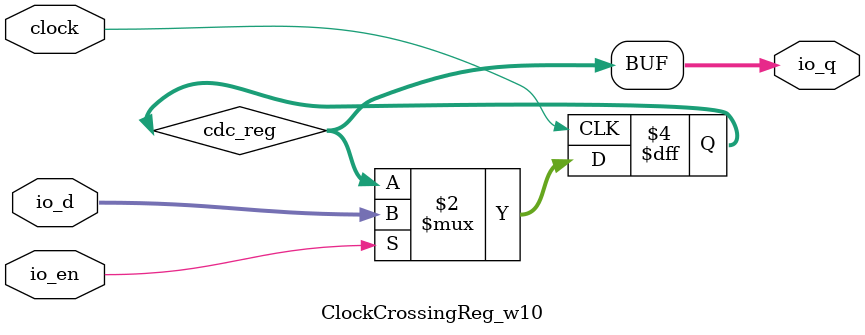
<source format=sv>
`ifndef RANDOMIZE
  `ifdef RANDOMIZE_MEM_INIT
    `define RANDOMIZE
  `endif // RANDOMIZE_MEM_INIT
`endif // not def RANDOMIZE
`ifndef RANDOMIZE
  `ifdef RANDOMIZE_REG_INIT
    `define RANDOMIZE
  `endif // RANDOMIZE_REG_INIT
`endif // not def RANDOMIZE

`ifndef RANDOM
  `define RANDOM $random
`endif // not def RANDOM

// Users can define INIT_RANDOM as general code that gets injected into the
// initializer block for modules with registers.
`ifndef INIT_RANDOM
  `define INIT_RANDOM
`endif // not def INIT_RANDOM

// If using random initialization, you can also define RANDOMIZE_DELAY to
// customize the delay used, otherwise 0.002 is used.
`ifndef RANDOMIZE_DELAY
  `define RANDOMIZE_DELAY 0.002
`endif // not def RANDOMIZE_DELAY

// Define INIT_RANDOM_PROLOG_ for use in our modules below.
`ifndef INIT_RANDOM_PROLOG_
  `ifdef RANDOMIZE
    `ifdef VERILATOR
      `define INIT_RANDOM_PROLOG_ `INIT_RANDOM
    `else  // VERILATOR
      `define INIT_RANDOM_PROLOG_ `INIT_RANDOM #`RANDOMIZE_DELAY begin end
    `endif // VERILATOR
  `else  // RANDOMIZE
    `define INIT_RANDOM_PROLOG_
  `endif // RANDOMIZE
`endif // not def INIT_RANDOM_PROLOG_

// Include register initializers in init blocks unless synthesis is set
`ifndef SYNTHESIS
  `ifndef ENABLE_INITIAL_REG_
    `define ENABLE_INITIAL_REG_
  `endif // not def ENABLE_INITIAL_REG_
`endif // not def SYNTHESIS

// Include rmemory initializers in init blocks unless synthesis is set
`ifndef SYNTHESIS
  `ifndef ENABLE_INITIAL_MEM_
    `define ENABLE_INITIAL_MEM_
  `endif // not def ENABLE_INITIAL_MEM_
`endif // not def SYNTHESIS

// Standard header to adapt well known macros for prints and assertions.

// Users can define 'PRINTF_COND' to add an extra gate to prints.
`ifndef PRINTF_COND_
  `ifdef PRINTF_COND
    `define PRINTF_COND_ (`PRINTF_COND)
  `else  // PRINTF_COND
    `define PRINTF_COND_ 1
  `endif // PRINTF_COND
`endif // not def PRINTF_COND_

// Users can define 'ASSERT_VERBOSE_COND' to add an extra gate to assert error printing.
`ifndef ASSERT_VERBOSE_COND_
  `ifdef ASSERT_VERBOSE_COND
    `define ASSERT_VERBOSE_COND_ (`ASSERT_VERBOSE_COND)
  `else  // ASSERT_VERBOSE_COND
    `define ASSERT_VERBOSE_COND_ 1
  `endif // ASSERT_VERBOSE_COND
`endif // not def ASSERT_VERBOSE_COND_

// Users can define 'STOP_COND' to add an extra gate to stop conditions.
`ifndef STOP_COND_
  `ifdef STOP_COND
    `define STOP_COND_ (`STOP_COND)
  `else  // STOP_COND
    `define STOP_COND_ 1
  `endif // STOP_COND
`endif // not def STOP_COND_

module ClockCrossingReg_w10(
  input        clock,
  input  [9:0] io_d,	// @[generators/rocket-chip/src/main/scala/util/SynchronizerReg.scala:195:14]
  output [9:0] io_q,	// @[generators/rocket-chip/src/main/scala/util/SynchronizerReg.scala:195:14]
  input        io_en	// @[generators/rocket-chip/src/main/scala/util/SynchronizerReg.scala:195:14]
);

  reg [9:0] cdc_reg;	// @[generators/rocket-chip/src/main/scala/util/SynchronizerReg.scala:201:76]
  always @(posedge clock) begin
    if (io_en)	// @[generators/rocket-chip/src/main/scala/util/SynchronizerReg.scala:195:14]
      cdc_reg <= io_d;	// @[generators/rocket-chip/src/main/scala/util/SynchronizerReg.scala:201:76]
  end // always @(posedge)
  `ifdef ENABLE_INITIAL_REG_
    `ifdef FIRRTL_BEFORE_INITIAL
      `FIRRTL_BEFORE_INITIAL
    `endif // FIRRTL_BEFORE_INITIAL
    logic [31:0] _RANDOM[0:0];
    initial begin
      `ifdef INIT_RANDOM_PROLOG_
        `INIT_RANDOM_PROLOG_
      `endif // INIT_RANDOM_PROLOG_
      `ifdef RANDOMIZE_REG_INIT
        _RANDOM[/*Zero width*/ 1'b0] = `RANDOM;
        cdc_reg = _RANDOM[/*Zero width*/ 1'b0][9:0];	// @[generators/rocket-chip/src/main/scala/util/SynchronizerReg.scala:201:76]
      `endif // RANDOMIZE_REG_INIT
    end // initial
    `ifdef FIRRTL_AFTER_INITIAL
      `FIRRTL_AFTER_INITIAL
    `endif // FIRRTL_AFTER_INITIAL
  `endif // ENABLE_INITIAL_REG_
  assign io_q = cdc_reg;	// @[generators/rocket-chip/src/main/scala/util/SynchronizerReg.scala:201:76]
endmodule


</source>
